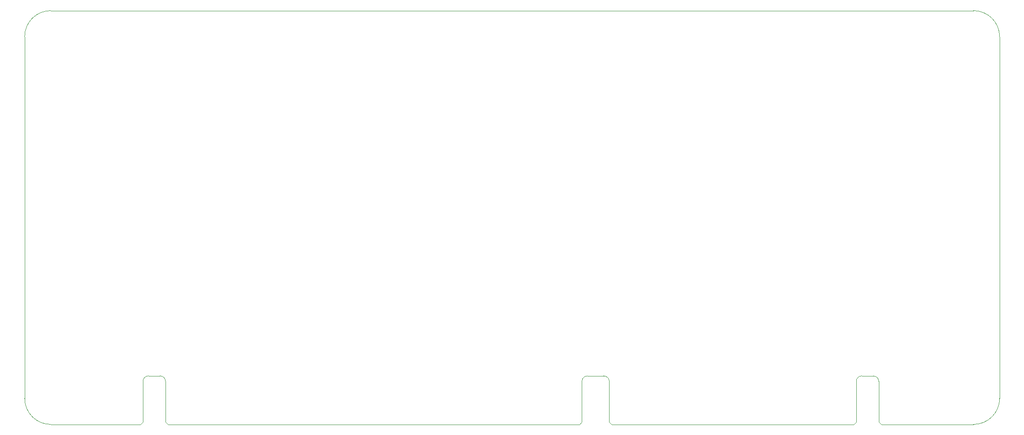
<source format=gm1>
%TF.GenerationSoftware,KiCad,Pcbnew,8.0.7*%
%TF.CreationDate,2025-02-05T17:01:46+02:00*%
%TF.ProjectId,UART Board,55415254-2042-46f6-9172-642e6b696361,V0*%
%TF.SameCoordinates,Original*%
%TF.FileFunction,Profile,NP*%
%FSLAX46Y46*%
G04 Gerber Fmt 4.6, Leading zero omitted, Abs format (unit mm)*
G04 Created by KiCad (PCBNEW 8.0.7) date 2025-02-05 17:01:46*
%MOMM*%
%LPD*%
G01*
G04 APERTURE LIST*
%TA.AperFunction,Profile*%
%ADD10C,0.100000*%
%TD*%
G04 APERTURE END LIST*
D10*
X154940704Y75876000D02*
X-24899296Y75876000D01*
X154940704Y75876000D02*
G75*
G02*
X160020700Y70796000I-4J-5080000D01*
G01*
X154948705Y-4896001D02*
X136970000Y-4896000D01*
X-29972000Y184000D02*
X-29980000Y70796000D01*
X-24892000Y-4896000D02*
G75*
G02*
X-29972000Y184000I2J5080002D01*
G01*
X-29980000Y70796000D02*
G75*
G02*
X-24900000Y75876000I5080002J-2D01*
G01*
X160028705Y183999D02*
X160020704Y70796000D01*
X-7416800Y-4896000D02*
X-24892000Y-4896000D01*
X160028705Y183999D02*
G75*
G02*
X154948705Y-4896005I-5080005J1D01*
G01*
%TO.C,J5*%
X-6916800Y3517000D02*
X-6916800Y-4396000D01*
X-6916800Y-4396000D02*
X-7416800Y-4896000D01*
X-3606800Y4583799D02*
X-5839752Y4583799D01*
X-2529752Y3517000D02*
X-2529752Y-4396000D01*
X-2529752Y-4396000D02*
X-2029752Y-4896000D01*
X78123248Y-4896000D02*
X-2029752Y-4896000D01*
X78623248Y3504000D02*
X78623248Y-4396000D01*
X78623248Y-4396000D02*
X78123248Y-4896000D01*
X79700296Y4570799D02*
X82880200Y4570799D01*
X83957248Y3504000D02*
X83957248Y-4396000D01*
X83957248Y-4396000D02*
X84457248Y-4896000D01*
X131582248Y-4896000D02*
X84457248Y-4896000D01*
X132082248Y3504000D02*
X132082248Y-4396000D01*
X132082248Y-4396000D02*
X131582248Y-4896000D01*
X133159296Y4570799D02*
X135392248Y4570799D01*
X136469296Y3504000D02*
X136469296Y-4396000D01*
X136469296Y-4396000D02*
X136969296Y-4896000D01*
X-6916800Y3517000D02*
G75*
G02*
X-5839752Y4583799I1071932J-5133D01*
G01*
X-3606800Y4583799D02*
G75*
G02*
X-2529751Y3517000I5130J-1071919D01*
G01*
X78623248Y3504000D02*
G75*
G02*
X79700296Y4570752I1071852J-5100D01*
G01*
X82880200Y4570799D02*
G75*
G02*
X83957299Y3504000I5100J-1071999D01*
G01*
X132082248Y3504000D02*
G75*
G02*
X133159296Y4570752I1071852J-5100D01*
G01*
X135392248Y4570799D02*
G75*
G02*
X136469299Y3504000I5152J-1071899D01*
G01*
%TD*%
M02*

</source>
